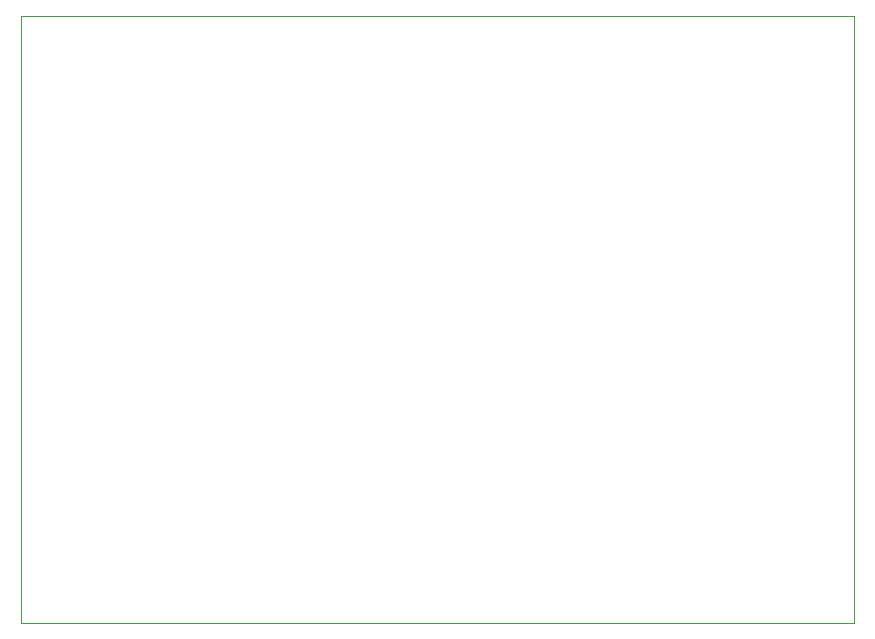
<source format=gbr>
%FSLAX34Y34*%
G04 Gerber Fmt 3.4, Leading zero omitted, Abs format*
G04 (created by PCBNEW (2014-02-24 BZR 4719)-product) date Thu 06 Mar 2014 01:02:44 GMT*
%MOIN*%
G01*
G70*
G90*
G04 APERTURE LIST*
%ADD10C,0.003937*%
G04 APERTURE END LIST*
G54D10*
X78250Y-13500D02*
X106000Y-13500D01*
X78250Y-33750D02*
X78250Y-13500D01*
X106000Y-33750D02*
X78250Y-33750D01*
X106000Y-13500D02*
X106000Y-33750D01*
M02*

</source>
